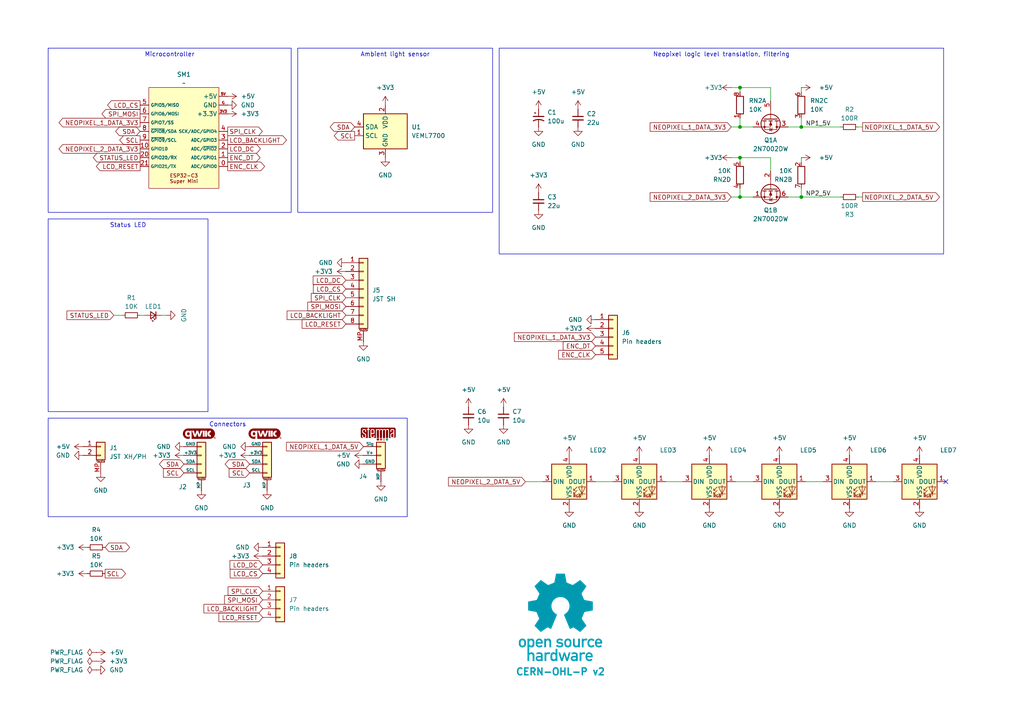
<source format=kicad_sch>
(kicad_sch (version 20231120) (generator "eeschema") (generator_version "8.0")
  (paper "A4")
  (lib_symbols
    (symbol "Connector_Generic:Conn_01x04" (pin_names (offset 1.016) hide)
      (property "Reference" "J" (at 0 5.08 0))
      (property "Value" "Conn_01x04" (at 0 -7.62 0))
      (symbol "Conn_01x04_1_1"
        (pin passive line (at -5.08 2.54 0) (length 3.81) (name "Pin_1") (number "1"))
        (pin passive line (at -5.08 0 0) (length 3.81) (name "Pin_2") (number "2"))
        (pin passive line (at -5.08 -2.54 0) (length 3.81) (name "Pin_3") (number "3"))
        (pin passive line (at -5.08 -5.08 0) (length 3.81) (name "Pin_4") (number "4"))
      )
    )
    (symbol "Connector_Generic:Conn_01x05" (pin_names (offset 1.016) hide)
      (property "Reference" "J" (at 0 7.62 0))
      (property "Value" "Conn_01x05" (at 0 -7.62 0))
      (symbol "Conn_01x05_1_1"
        (pin passive line (at -5.08 5.08 0) (length 3.81) (name "Pin_1") (number "1"))
        (pin passive line (at -5.08 2.54 0) (length 3.81) (name "Pin_2") (number "2"))
        (pin passive line (at -5.08 0 0) (length 3.81) (name "Pin_3") (number "3"))
        (pin passive line (at -5.08 -2.54 0) (length 3.81) (name "Pin_4") (number "4"))
        (pin passive line (at -5.08 -5.08 0) (length 3.81) (name "Pin_5") (number "5"))
      )
    )
    (symbol "Connector_Generic_MountingPin:Conn_01x02_MountingPin" (pin_names (offset 1.016) hide)
      (property "Reference" "J" (at 0 2.54 0))
      (property "Value" "Conn_01x02_MountingPin" (at 1.27 -5.08 0))
      (symbol "Conn_01x02_MountingPin_1_1"
        (text "Mounting" (at 0 -4.191 0) (effects (font (size 0.381 0.381))))
        (pin passive line (at -5.08 0 0) (length 3.81) (name "Pin_1") (number "1"))
        (pin passive line (at -5.08 -2.54 0) (length 3.81) (name "Pin_2") (number "2"))
        (pin passive line (at 0 -7.62 90) (length 3.048) (name "MountPin") (number "MP"))
      )
    )
    (symbol "Connector_Generic_MountingPin:Conn_01x08_MountingPin" (pin_names (offset 1.016) hide)
      (property "Reference" "J" (at 0 10.16 0))
      (property "Value" "Conn_01x08_MountingPin" (at 1.27 -12.7 0))
      (symbol "Conn_01x08_MountingPin_1_1"
        (text "Mounting" (at 0 -11.811 0) (effects (font (size 0.381 0.381))))
        (pin passive line (at -5.08 7.62 0) (length 3.81) (name "Pin_1") (number "1"))
        (pin passive line (at -5.08 5.08 0) (length 3.81) (name "Pin_2") (number "2"))
        (pin passive line (at -5.08 2.54 0) (length 3.81) (name "Pin_3") (number "3"))
        (pin passive line (at -5.08 0 0) (length 3.81) (name "Pin_4") (number "4"))
        (pin passive line (at -5.08 -2.54 0) (length 3.81) (name "Pin_5") (number "5"))
        (pin passive line (at -5.08 -5.08 0) (length 3.81) (name "Pin_6") (number "6"))
        (pin passive line (at -5.08 -7.62 0) (length 3.81) (name "Pin_7") (number "7"))
        (pin passive line (at -5.08 -10.16 0) (length 3.81) (name "Pin_8") (number "8"))
        (pin passive line (at 0 -15.24 90) (length 3.048) (name "MountPin") (number "MP"))
      )
    )
    (symbol "Device:C_Polarized_Small_US" (pin_numbers hide) (pin_names (offset 0.254) hide)
      (property "Reference" "C" (at 0.254 1.778 0))
      (property "Value" "C_Polarized_Small_US" (at 0.254 -2.032 0))
      (symbol "C_Polarized_Small_US_1_1"
        (pin passive line (at 0 2.54 270) (length 2.032) (name "~") (number "1"))
        (pin passive line (at 0 -2.54 90) (length 2.032) (name "~") (number "2"))
      )
    )
    (symbol "Device:C_Small" (pin_numbers hide) (pin_names (offset 0.254) hide)
      (property "Reference" "C" (at 0.254 1.778 0))
      (property "Value" "C_Small" (at 0.254 -2.032 0))
      (symbol "C_Small_1_1"
        (pin passive line (at 0 2.54 270) (length 2.032) (name "~") (number "1"))
        (pin passive line (at 0 -2.54 90) (length 2.032) (name "~") (number "2"))
      )
    )
    (symbol "Device:LED_Small" (pin_numbers hide) (pin_names (offset 0.254) hide)
      (property "Reference" "D" (at -1.27 3.175 0))
      (property "Value" "LED_Small" (at -4.445 -2.54 0))
      (symbol "LED_Small_1_1"
        (pin passive line (at -2.54 0 0) (length 1.778) (name "K") (number "1"))
        (pin passive line (at 2.54 0 180) (length 1.778) (name "A") (number "2"))
      )
    )
    (symbol "Device:R_Pack04_Split" (pin_names (offset 0) hide)
      (property "Reference" "RN" (at 2.032 0 90))
      (property "Value" "R_Pack04_Split" (at 0 0 90))
      (symbol "R_Pack04_Split_1_1"
        (pin passive line (at 0 -3.81 90) (length 1.27) (name "R1.1") (number "1"))
        (pin passive line (at 0 3.81 270) (length 1.27) (name "R1.2") (number "8"))
      )
      (symbol "R_Pack04_Split_2_1"
        (pin passive line (at 0 -3.81 90) (length 1.27) (name "R2.1") (number "2"))
        (pin passive line (at 0 3.81 270) (length 1.27) (name "R2.2") (number "7"))
      )
      (symbol "R_Pack04_Split_3_1"
        (pin passive line (at 0 -3.81 90) (length 1.27) (name "R3.1") (number "3"))
        (pin passive line (at 0 3.81 270) (length 1.27) (name "R3.2") (number "6"))
      )
      (symbol "R_Pack04_Split_4_1"
        (pin passive line (at 0 -3.81 90) (length 1.27) (name "R4.1") (number "4"))
        (pin passive line (at 0 3.81 270) (length 1.27) (name "R4.2") (number "5"))
      )
    )
    (symbol "Device:R_Small" (pin_numbers hide) (pin_names (offset 0.254) hide)
      (property "Reference" "R" (at 0.762 0.508 0))
      (property "Value" "R_Small" (at 0.762 -1.016 0))
      (symbol "R_Small_1_1"
        (pin passive line (at 0 2.54 270) (length 0.762) (name "~") (number "1"))
        (pin passive line (at 0 -2.54 90) (length 0.762) (name "~") (number "2"))
      )
    )
    (symbol "LED:WS2812B-2020" (pin_names (offset 0.254))
      (property "Reference" "D" (at 5.08 5.715 0))
      (property "Value" "WS2812B-2020" (at 1.27 -5.715 0))
      (symbol "WS2812B-2020_0_0"
        (text "RGB" (at 2.286 -4.191 0) (effects (font (size 0.762 0.762))))
      )
      (symbol "WS2812B-2020_1_1"
        (pin output line (at 7.62 0 180) (length 2.54) (name "DOUT") (number "1"))
        (pin power_in line (at 0 -7.62 90) (length 2.54) (name "VSS") (number "2"))
        (pin input line (at -7.62 0 0) (length 2.54) (name "DIN") (number "3"))
        (pin power_in line (at 0 7.62 270) (length 2.54) (name "VDD") (number "4"))
      )
    )
    (symbol "modules:ESP32-C3-Super-Mini"
      (property "Reference" "SM" (at 0 18.288 0))
      (symbol "ESP32-C3-Super-Mini_1_1"
        (text_box "ESP32-C3\nSuper Mini" (at -7.62 -10.16 0) (size 15.24 -5.08) (stroke (width -0.0001)) (effects (font (size 1.016 1.016)) (justify top)))
        (pin passive line (at 12.7 -8.89 180) (length 2.54) (name "ADC/GPIO0") (number "0"))
        (pin passive line (at 12.7 -6.35 180) (length 2.54) (name "ADC/GPIO1") (number "1"))
        (pin passive line (at -12.7 -3.81 0) (length 2.54) (name "GPIO10") (number "10"))
        (pin passive line (at 12.7 -3.81 180) (length 2.54) (name "ADC/~{GPIO2}") (number "2"))
        (pin passive line (at -12.7 -6.35 0) (length 2.54) (name "GPIO20/RX") (number "20"))
        (pin passive line (at -12.7 -8.89 0) (length 2.54) (name "GPIO21/TX") (number "21"))
        (pin passive line (at 12.7 -1.27 180) (length 2.54) (name "ADC/GPIO3") (number "3"))
        (pin power_in line (at 12.7 6.35 180) (length 2.54) (name "+3.3V") (number "3V3"))
        (pin passive line (at 12.7 1.27 180) (length 2.54) (name "SCK/ADC/GPIO4") (number "4"))
        (pin passive line (at -12.7 8.89 0) (length 2.54) (name "GPIO5/MISO") (number "5"))
        (pin power_in line (at 12.7 11.43 180) (length 2.54) (name "+5V") (number "5V"))
        (pin passive line (at -12.7 6.35 0) (length 2.54) (name "GPIO6/MOSI") (number "6"))
        (pin passive line (at -12.7 3.81 0) (length 2.54) (name "GPIO7/SS") (number "7"))
        (pin passive line (at -12.7 1.27 0) (length 2.54) (name "~{GPIO8}/SDA") (number "8"))
        (pin passive line (at -12.7 -1.27 0) (length 2.54) (name "~{GPIO9}/SCL") (number "9"))
        (pin power_in line (at 12.7 8.89 180) (length 2.54) (name "GND") (number "G"))
      )
    )
    (symbol "connectors:Qwiic" (pin_numbers hide) (pin_names (offset 0))
      (property "Reference" "J" (at 2.54 0 0))
      (symbol "Qwiic_1_1"
        (text "Mounting" (at 0 -6.731 0) (effects (font (size 0.381 0.381))))
        (pin passive line (at -5.08 2.54 0) (length 3.81) (name "GND") (number "1"))
        (pin passive line (at -5.08 0 0) (length 3.81) (name "+3V3") (number "2"))
        (pin passive line (at -5.08 -2.54 0) (length 3.81) (name "SDA") (number "3"))
        (pin passive line (at -5.08 -5.08 0) (length 3.81) (name "SCL") (number "4"))
        (pin passive line (at 0 -10.16 90) (length 3.048) (name "MP") (number "MP"))
      )
    )
    (symbol "connectors:STEMMA-Signal" (pin_numbers hide) (pin_names (offset 0))
      (property "Reference" "J" (at 2.54 0 0))
      (symbol "STEMMA-Signal_1_1"
        (text "Mounting" (at 0 -4.191 0) (effects (font (size 0.381 0.381))))
        (pin passive line (at -5.08 2.54 0) (length 3.81) (name "Sig") (number "1"))
        (pin passive line (at -5.08 0 0) (length 3.81) (name "V+") (number "2"))
        (pin passive line (at -5.08 -2.54 0) (length 3.81) (name "GND") (number "3"))
        (pin passive line (at 0 -7.62 90) (length 3.048) (name "MP") (number "MP"))
      )
    )
    (symbol "lcsc:2N7002DW" (pin_names hide)
      (property "Reference" "Q" (at 5.08 1.905 0))
      (property "Value" "2N7002DW" (at 5.08 0 0))
      (symbol "2N7002DW_1_1"
        (pin passive line (at 2.54 5.08 270) (length 2.54) (name "D") (number "3"))
        (pin passive line (at 2.54 -5.08 90) (length 2.54) (name "S") (number "4"))
        (pin input line (at -5.08 0 0) (length 2.54) (name "G") (number "5"))
      )
      (symbol "2N7002DW_2_1"
        (pin passive line (at 2.54 -5.08 90) (length 2.54) (name "S") (number "1"))
        (pin input line (at -5.08 0 0) (length 2.54) (name "G") (number "2"))
        (pin passive line (at 2.54 5.08 270) (length 2.54) (name "D") (number "6"))
      )
    )
    (symbol "lcsc:VEML7700"
      (property "Reference" "U" (at 2.54 -10.16 0))
      (property "Value" "VEML7700" (at 5.08 -7.62 0))
      (symbol "VEML7700_1_1"
        (pin passive line (at -8.89 -1.27 0) (length 2.54) (name "SCL") (number "1"))
        (pin power_in line (at 0 7.62 270) (length 2.54) (name "VDD") (number "2"))
        (pin power_in line (at 0 -7.62 90) (length 2.54) (name "GND") (number "3"))
        (pin passive line (at -8.89 1.27 0) (length 2.54) (name "SDA") (number "4"))
      )
    )
    (symbol "power:+3V3" (power) (pin_numbers hide) (pin_names (offset 0) hide)
      (property "Value" "+3V3" (at 0 3.556 0))
      (symbol "+3V3_1_1"
        (pin power_in line (at 0 0 90) (length 0) (name "~") (number "1"))
      )
    )
    (symbol "power:+5V" (power) (pin_numbers hide) (pin_names (offset 0) hide)
      (property "Value" "+5V" (at 0 3.556 0))
      (symbol "+5V_1_1"
        (pin power_in line (at 0 0 90) (length 0) (name "~") (number "1"))
      )
    )
    (symbol "power:GND" (power) (pin_numbers hide) (pin_names (offset 0) hide)
      (property "Value" "GND" (at 0 -3.81 0))
      (symbol "GND_1_1"
        (pin power_in line (at 0 0 270) (length 0) (name "~") (number "1"))
      )
    )
    (symbol "power:PWR_FLAG" (power) (pin_numbers hide) (pin_names (offset 0) hide)
      (property "Value" "PWR_FLAG" (at 0 3.81 0))
      (symbol "PWR_FLAG_0_0"
        (pin power_out line (at 0 0 90) (length 0) (name "~") (number "1"))
      )
    )
    (symbol "power:VCC" (power) (pin_numbers hide) (pin_names (offset 0) hide)
      (property "Value" "VCC" (at 0 3.556 0))
      (symbol "VCC_1_1"
        (pin power_in line (at 0 0 90) (length 0) (name "~") (number "1"))
      )
    )
  )
  (junction (at 214.63 25.4))
  (junction (at 214.63 57.15))
  (junction (at 214.63 36.83))
  (junction (at 214.63 45.72))
  (junction (at 232.41 57.15))
  (junction (at 232.41 36.83))
  (no_connect (at 274.32 139.7))
  (wire (pts (xy 232.41 57.15) (xy 243.84 57.15)))
  (wire (pts (xy 232.41 46.99) (xy 232.41 45.72)))
  (wire (pts (xy 152.4 139.7) (xy 157.48 139.7)))
  (wire (pts (xy 223.52 49.53) (xy 223.52 45.72)))
  (wire (pts (xy 248.92 36.83) (xy 250.19 36.83)))
  (wire (pts (xy 40.64 91.44) (xy 41.91 91.44)))
  (wire (pts (xy 232.41 26.67) (xy 232.41 25.4)))
  (wire (pts (xy 214.63 46.99) (xy 214.63 45.72)))
  (wire (pts (xy 172.72 139.7) (xy 177.8 139.7)))
  (wire (pts (xy 232.41 57.15) (xy 232.41 54.61)))
  (wire (pts (xy 214.63 26.67) (xy 214.63 25.4)))
  (wire (pts (xy 223.52 29.21) (xy 223.52 25.4)))
  (wire (pts (xy 213.36 139.7) (xy 218.44 139.7)))
  (wire (pts (xy 35.56 91.44) (xy 33.02 91.44)))
  (wire (pts (xy 214.63 36.83) (xy 218.44 36.83)))
  (wire (pts (xy 228.6 36.83) (xy 232.41 36.83)))
  (wire (pts (xy 214.63 34.29) (xy 214.63 36.83)))
  (wire (pts (xy 248.92 57.15) (xy 250.19 57.15)))
  (wire (pts (xy 193.04 139.7) (xy 198.12 139.7)))
  (wire (pts (xy 214.63 57.15) (xy 218.44 57.15)))
  (wire (pts (xy 212.09 25.4) (xy 214.63 25.4)))
  (wire (pts (xy 232.41 36.83) (xy 232.41 34.29)))
  (wire (pts (xy 48.26 91.44) (xy 46.99 91.44)))
  (wire (pts (xy 228.6 57.15) (xy 232.41 57.15)))
  (wire (pts (xy 233.68 139.7) (xy 238.76 139.7)))
  (wire (pts (xy 212.09 57.15) (xy 214.63 57.15)))
  (wire (pts (xy 214.63 45.72) (xy 223.52 45.72)))
  (wire (pts (xy 214.63 25.4) (xy 223.52 25.4)))
  (wire (pts (xy 214.63 54.61) (xy 214.63 57.15)))
  (wire (pts (xy 212.09 36.83) (xy 214.63 36.83)))
  (wire (pts (xy 254 139.7) (xy 259.08 139.7)))
  (wire (pts (xy 232.41 36.83) (xy 243.84 36.83)))
  (wire (pts (xy 212.09 45.72) (xy 214.63 45.72)))
  (image (at 162.56 179.07) (scale 0.37481))
  (text_box "Neopixel logic level translation, filtering" (at 144.78 13.97 0) (size 128.905 59.69) (effects (font (size 1.27 1.27)) (justify top)))
  (text_box "Connectors" (at 13.97 121.285 0) (size 104.14 28.575) (effects (font (size 1.27 1.27)) (justify top)))
  (text_box "Status LED" (at 13.97 63.5 0) (size 46.355 55.88) (effects (font (size 1.27 1.27)) (justify top)))
  (text_box "Ambient light sensor" (at 86.36 13.97 0) (size 56.515 47.625) (effects (font (size 1.27 1.27)) (justify top)))
  (text_box "Microcontroller" (at 13.97 13.97 0) (size 70.485 47.625) (effects (font (size 1.27 1.27)) (justify top)))
  (text "CERN-OHL-P v2" (at 162.56 195.072 0) (effects (font (size 2 2) (thickness 0.4) (bold yes))))
  (label "NP1_5V" (at 233.68 36.83 0))
  (label "NP2_5V" (at 233.68 57.15 0))
  (global_label "ENC_CLK" (shape output) (at 66.04 48.26 0) (property "Intersheetrefs" "${INTERSHEET_REFS}" (effects (hide yes))))
  (global_label "SDA" (shape bidirectional) (at 30.48 158.75 0) (property "Intersheetrefs" "${INTERSHEET_REFS}" (effects (hide yes))))
  (global_label "LCD_BACKLIGHT" (shape output) (at 66.04 40.64 0) (property "Intersheetrefs" "${INTERSHEET_REFS}" (effects (hide yes))))
  (global_label "ENC_CLK" (shape input) (at 172.72 102.87 180) (property "Intersheetrefs" "${INTERSHEET_REFS}" (effects (hide yes))))
  (global_label "SDA" (shape bidirectional) (at 72.39 134.62 180) (property "Intersheetrefs" "${INTERSHEET_REFS}" (effects (hide yes))))
  (global_label "SPI_CLK" (shape output) (at 66.04 38.1 0) (property "Intersheetrefs" "${INTERSHEET_REFS}" (effects (hide yes))))
  (global_label "SPI_MOSI" (shape input) (at 100.33 88.9 180) (property "Intersheetrefs" "${INTERSHEET_REFS}" (effects (hide yes))))
  (global_label "SCL" (shape input) (at 53.34 137.16 180) (property "Intersheetrefs" "${INTERSHEET_REFS}" (effects (hide yes))))
  (global_label "LCD_BACKLIGHT" (shape input) (at 76.2 176.53 180) (property "Intersheetrefs" "${INTERSHEET_REFS}" (effects (hide yes))))
  (global_label "LCD_DC" (shape input) (at 100.33 81.28 180) (property "Intersheetrefs" "${INTERSHEET_REFS}" (effects (hide yes))))
  (global_label "STATUS_LED" (shape output) (at 40.64 45.72 180) (property "Intersheetrefs" "${INTERSHEET_REFS}" (effects (hide yes))))
  (global_label "NEOPIXEL_1_DATA_5V" (shape input) (at 105.41 129.54 180) (property "Intersheetrefs" "${INTERSHEET_REFS}" (effects (hide yes))))
  (global_label "NEOPIXEL_2_DATA_5V" (shape input) (at 152.4 139.7 180) (property "Intersheetrefs" "${INTERSHEET_REFS}" (effects (hide yes))))
  (global_label "ENC_DT" (shape input) (at 172.72 100.33 180) (property "Intersheetrefs" "${INTERSHEET_REFS}" (effects (hide yes))))
  (global_label "LCD_RESET" (shape output) (at 40.64 48.26 180) (property "Intersheetrefs" "${INTERSHEET_REFS}" (effects (hide yes))))
  (global_label "NEOPIXEL_2_DATA_3V3" (shape input) (at 212.09 57.15 180) (property "Intersheetrefs" "${INTERSHEET_REFS}" (effects (hide yes))))
  (global_label "SPI_MOSI" (shape output) (at 40.64 33.02 180) (property "Intersheetrefs" "${INTERSHEET_REFS}" (effects (hide yes))))
  (global_label "LCD_BACKLIGHT" (shape input) (at 100.33 91.44 180) (property "Intersheetrefs" "${INTERSHEET_REFS}" (effects (hide yes))))
  (global_label "LCD_CS" (shape input) (at 76.2 166.37 180) (property "Intersheetrefs" "${INTERSHEET_REFS}" (effects (hide yes))))
  (global_label "SPI_MOSI" (shape input) (at 76.2 173.99 180) (property "Intersheetrefs" "${INTERSHEET_REFS}" (effects (hide yes))))
  (global_label "LCD_RESET" (shape input) (at 76.2 179.07 180) (property "Intersheetrefs" "${INTERSHEET_REFS}" (effects (hide yes))))
  (global_label "SPI_CLK" (shape input) (at 100.33 86.36 180) (property "Intersheetrefs" "${INTERSHEET_REFS}" (effects (hide yes))))
  (global_label "SDA" (shape bidirectional) (at 102.87 36.83 180) (property "Intersheetrefs" "${INTERSHEET_REFS}" (effects (hide yes))))
  (global_label "SCL" (shape input) (at 72.39 137.16 180) (property "Intersheetrefs" "${INTERSHEET_REFS}" (effects (hide yes))))
  (global_label "SPI_CLK" (shape input) (at 76.2 171.45 180) (property "Intersheetrefs" "${INTERSHEET_REFS}" (effects (hide yes))))
  (global_label "LCD_RESET" (shape input) (at 100.33 93.98 180) (property "Intersheetrefs" "${INTERSHEET_REFS}" (effects (hide yes))))
  (global_label "LCD_DC" (shape input) (at 76.2 163.83 180) (property "Intersheetrefs" "${INTERSHEET_REFS}" (effects (hide yes))))
  (global_label "LCD_CS" (shape output) (at 40.64 30.48 180) (property "Intersheetrefs" "${INTERSHEET_REFS}" (effects (hide yes))))
  (global_label "SCL" (shape output) (at 102.87 39.37 180) (property "Intersheetrefs" "${INTERSHEET_REFS}" (effects (hide yes))))
  (global_label "LCD_CS" (shape input) (at 100.33 83.82 180) (property "Intersheetrefs" "${INTERSHEET_REFS}" (effects (hide yes))))
  (global_label "SCL" (shape output) (at 40.64 40.64 180) (property "Intersheetrefs" "${INTERSHEET_REFS}" (effects (hide yes))))
  (global_label "ENC_DT" (shape output) (at 66.04 45.72 0) (property "Intersheetrefs" "${INTERSHEET_REFS}" (effects (hide yes))))
  (global_label "NEOPIXEL_2_DATA_5V" (shape output) (at 250.19 57.15 0) (property "Intersheetrefs" "${INTERSHEET_REFS}" (effects (hide yes))))
  (global_label "SDA" (shape bidirectional) (at 53.34 134.62 180) (property "Intersheetrefs" "${INTERSHEET_REFS}" (effects (hide yes))))
  (global_label "NEOPIXEL_1_DATA_3V3" (shape input) (at 212.09 36.83 180) (property "Intersheetrefs" "${INTERSHEET_REFS}" (effects (hide yes))))
  (global_label "LCD_DC" (shape output) (at 66.04 43.18 0) (property "Intersheetrefs" "${INTERSHEET_REFS}" (effects (hide yes))))
  (global_label "SCL" (shape output) (at 30.48 166.37 0) (property "Intersheetrefs" "${INTERSHEET_REFS}" (effects (hide yes))))
  (global_label "NEOPIXEL_2_DATA_3V3" (shape output) (at 40.64 43.18 180) (property "Intersheetrefs" "${INTERSHEET_REFS}" (effects (hide yes))))
  (global_label "NEOPIXEL_1_DATA_5V" (shape output) (at 250.19 36.83 0) (property "Intersheetrefs" "${INTERSHEET_REFS}" (effects (hide yes))))
  (global_label "NEOPIXEL_1_DATA_3V3" (shape output) (at 40.64 35.56 180) (property "Intersheetrefs" "${INTERSHEET_REFS}" (effects (hide yes))))
  (global_label "STATUS_LED" (shape input) (at 33.02 91.44 180) (property "Intersheetrefs" "${INTERSHEET_REFS}" (effects (hide yes))))
  (global_label "NEOPIXEL_1_DATA_3V3" (shape input) (at 172.72 97.79 180) (property "Intersheetrefs" "${INTERSHEET_REFS}" (effects (hide yes))))
  (global_label "SDA" (shape bidirectional) (at 40.64 38.1 180) (property "Intersheetrefs" "${INTERSHEET_REFS}" (effects (hide yes))))
  (symbol (lib_id "power:GND") (at 66.04 30.48 90) (unit 1)
    (property "Reference" "#PWR04" (effects (hide yes)))
    (property "Value" "GND" (at 69.85 30.4799 90) (effects (justify right)))
    (property "Description" "Power symbol creates a global label with name \"GND\" , ground" (effects (hide yes)))
  )
  (symbol (lib_id "power:VCC") (at 72.39 132.08 90) (unit 1)
    (property "Reference" "#PWR019" (effects (hide yes)))
    (property "Value" "+3V3" (at 68.58 132.0799 90) (effects (justify left)))
    (property "Description" "Power symbol creates a global label with name \"VCC\"" (effects (hide yes)))
  )
  (symbol (lib_id "power:GND") (at 29.21 137.16 0) (unit 1)
    (property "Reference" "#PWR014" (effects (hide yes)))
    (property "Value" "GND" (at 29.21 142.24 0))
    (property "Description" "Power symbol creates a global label with name \"GND\" , ground" (effects (hide yes)))
  )
  (symbol (lib_id "LED:WS2812B-2020") (at 205.74 139.7 0) (unit 1)
    (property "Reference" "LED4" (at 214.122 130.556 0))
    (property "Value" "WS2812B-2020" (effects (hide yes)))
    (property "Footprint" "lcsc:LED-SMD_4P-L2.0-W2.0-BR-1" (effects (hide yes)))
    (property "Datasheet" "https://cdn-shop.adafruit.com/product-files/4684/4684_WS2812B-2020_V1.3_EN.pdf" (effects (hide yes)))
    (property "Description" "RGB LED with integrated controller, 2.0 x 2.0 mm, 12 mA" (effects (hide yes)))
  )
  (symbol (lib_id "power:VCC") (at 185.42 132.08 0) (unit 1)
    (property "Reference" "#PWR041" (effects (hide yes)))
    (property "Value" "+5V" (at 185.42 127 0))
    (property "Description" "Power symbol creates a global label with name \"VCC\"" (effects (hide yes)))
  )
  (symbol (lib_id "Device:C_Small") (at 135.89 120.65 0) (unit 1)
    (property "Reference" "C6" (at 138.43 119.3862 0) (effects (justify left)))
    (property "Value" "10u" (at 138.43 121.9262 0) (effects (justify left)))
    (property "Footprint" "custom:C_0603_1608Metric_Pad1.08x0.95mm_HandSolder" (effects (hide yes)))
    (property "Description" "Unpolarized capacitor, small symbol" (effects (hide yes)))
  )
  (symbol (lib_id "power:GND") (at 110.49 139.7 0) (unit 1)
    (property "Reference" "#PWR022" (effects (hide yes)))
    (property "Value" "GND" (at 110.49 144.78 0))
    (property "Description" "Power symbol creates a global label with name \"GND\" , ground" (effects (hide yes)))
  )
  (symbol (lib_id "Device:R_Small") (at 246.38 36.83 270) (mirror x) (unit 1)
    (property "Reference" "R2" (at 246.38 31.75 90))
    (property "Value" "100R" (at 246.38 34.29 90))
    (property "Footprint" "Resistor_SMD:R_0603_1608Metric_Pad0.98x0.95mm_HandSolder" (effects (hide yes)))
    (property "Description" "Resistor, small symbol" (effects (hide yes)))
  )
  (symbol (lib_id "power:GND") (at 226.06 147.32 0) (unit 1)
    (property "Reference" "#PWR048" (effects (hide yes)))
    (property "Value" "GND" (at 226.06 152.4 0))
  )
  (symbol (lib_id "power:GND") (at 156.21 60.96 0) (unit 1)
    (property "Reference" "#PWR027" (effects (hide yes)))
    (property "Value" "GND" (at 156.21 66.04 0))
  )
  (symbol (lib_id "power:GND") (at 165.1 147.32 0) (unit 1)
    (property "Reference" "#PWR08" (effects (hide yes)))
    (property "Value" "GND" (at 165.1 152.4 0))
  )
  (symbol (lib_id "power:GND") (at 146.05 123.19 0) (unit 1)
    (property "Reference" "#PWR058" (effects (hide yes)))
    (property "Value" "GND" (at 146.05 128.27 0))
  )
  (symbol (lib_id "power:GND") (at 205.74 147.32 0) (unit 1)
    (property "Reference" "#PWR046" (effects (hide yes)))
    (property "Value" "GND" (at 205.74 152.4 0))
  )
  (symbol (lib_id "power:VCC") (at 172.72 95.25 90) (unit 1)
    (property "Reference" "#PWR034" (effects (hide yes)))
    (property "Value" "+3V3" (at 168.91 95.2499 90) (effects (justify left)))
    (property "Description" "Power symbol creates a global label with name \"VCC\"" (effects (hide yes)))
  )
  (symbol (lib_id "power:+3V3") (at 212.09 25.4 90) (unit 1)
    (property "Reference" "#PWR028" (effects (hide yes)))
    (property "Value" "+3V3" (at 209.55 25.3999 90) (effects (justify left)))
    (property "Description" "Power symbol creates a global label with name \"+3V3\"" (effects (hide yes)))
  )
  (symbol (lib_id "connectors:Qwiic") (at 58.42 132.08 0) (unit 1)
    (property "Reference" "J2" (at 51.816 141.224 0) (effects (justify left)))
    (property "Value" "Qwiic" (effects (hide yes)))
    (property "Footprint" "connectors:Qwiic-SMD-horizontal-logo-bottom-pinout" (effects (hide yes)))
    (property "Datasheet" "https://www.sparkfun.com/qwiic" (effects (hide yes)))
    (property "Description" "Qwiic connector, JST SH 1.0mm 1x04" (effects (hide yes)))
  )
  (symbol (lib_id "Connector_Generic_MountingPin:Conn_01x02_MountingPin") (at 29.21 129.54 0) (unit 1)
    (property "Reference" "J1" (at 31.75 129.8955 0) (effects (justify left)))
    (property "Value" "JST XH/PH" (at 31.75 132.4355 0) (effects (justify left)))
    (property "Footprint" "custom:Conn_Combo_JST-1x02-XH_PH-SMD-pad2gnd" (effects (hide yes)))
    (property "Description" "Generic connectable mounting pin connector, single row, 01x02, script generated (kicad-library-utils/schlib/autogen/connector/)" (effects (hide yes)))
  )
  (symbol (lib_id "Device:R_Small") (at 38.1 91.44 270) (mirror x) (unit 1)
    (property "Reference" "R1" (at 38.1 86.36 90))
    (property "Value" "10K" (at 38.1 88.9 90))
    (property "Footprint" "Resistor_SMD:R_0603_1608Metric_Pad0.98x0.95mm_HandSolder" (effects (hide yes)))
    (property "Description" "Resistor, small symbol" (effects (hide yes)))
  )
  (symbol (lib_id "power:VCC") (at 205.74 132.08 0) (unit 1)
    (property "Reference" "#PWR045" (effects (hide yes)))
    (property "Value" "+5V" (at 205.74 127 0))
    (property "Description" "Power symbol creates a global label with name \"VCC\"" (effects (hide yes)))
  )
  (symbol (lib_id "Connector_Generic:Conn_01x04") (at 81.28 161.29 0) (unit 1)
    (property "Reference" "J8" (at 83.82 161.2899 0) (effects (justify left)))
    (property "Value" "Pin headers" (at 83.82 163.8299 0) (effects (justify left)))
    (property "Footprint" "Connector_PinSocket_2.54mm:PinSocket_1x04_P2.54mm_Vertical_SMD_Pin1Left" (effects (hide yes)))
    (property "Description" "Generic connector, single row, 01x04, script generated (kicad-library-utils/schlib/autogen/connector/)" (effects (hide yes)))
  )
  (symbol (lib_id "power:VCC") (at 226.06 132.08 0) (unit 1)
    (property "Reference" "#PWR047" (effects (hide yes)))
    (property "Value" "+5V" (at 226.06 127 0))
    (property "Description" "Power symbol creates a global label with name \"VCC\"" (effects (hide yes)))
  )
  (symbol (lib_id "power:GND") (at 53.34 129.54 270) (unit 1)
    (property "Reference" "#PWR015" (effects (hide yes)))
    (property "Value" "GND" (at 49.53 129.5399 90) (effects (justify right)))
    (property "Description" "Power symbol creates a global label with name \"GND\" , ground" (effects (hide yes)))
  )
  (symbol (lib_id "LED:WS2812B-2020") (at 246.38 139.7 0) (unit 1)
    (property "Reference" "LED6" (at 254.762 130.556 0))
    (property "Value" "WS2812B-2020" (effects (hide yes)))
    (property "Footprint" "lcsc:LED-SMD_4P-L2.0-W2.0-BR-1" (effects (hide yes)))
    (property "Datasheet" "https://cdn-shop.adafruit.com/product-files/4684/4684_WS2812B-2020_V1.3_EN.pdf" (effects (hide yes)))
    (property "Description" "RGB LED with integrated controller, 2.0 x 2.0 mm, 12 mA" (effects (hide yes)))
  )
  (symbol (lib_id "power:VCC") (at 27.94 191.77 270) (unit 1)
    (property "Reference" "#PWR01" (effects (hide yes)))
    (property "Value" "+3V3" (at 31.75 191.7699 90) (effects (justify left)))
    (property "Description" "Power symbol creates a global label with name \"VCC\"" (effects (hide yes)))
  )
  (symbol (lib_id "power:VCC") (at 25.4 166.37 90) (unit 1)
    (property "Reference" "#PWR054" (effects (hide yes)))
    (property "Value" "+3V3" (at 21.59 166.3699 90) (effects (justify left)))
    (property "Description" "Power symbol creates a global label with name \"VCC\"" (effects (hide yes)))
  )
  (symbol (lib_id "lcsc:2N7002DW") (at 223.52 54.61 270) (unit 2)
    (property "Reference" "Q1" (at 223.52 60.96 90))
    (property "Value" "2N7002DW" (at 223.52 63.5 90))
    (property "Footprint" "Package_TO_SOT_SMD:SOT-363_SC-70-6" (effects (hide yes)))
    (property "Datasheet" "https://www.onsemi.com/download/data-sheet/pdf/2n7002dw-d.pdf" (effects (hide yes)))
    (property "Description" "0.115A Id, 60V Vds, Dual N-Channel MOSFET, SOT-23-6" (effects (hide yes)))
    (property "LCSC Part" "C5190214" (effects (hide yes)))
    (property "JLCPCB_CORRECTION" "0; 0; 270" (effects (hide yes)))
  )
  (symbol (lib_id "power:GND") (at 72.39 129.54 270) (unit 1)
    (property "Reference" "#PWR018" (effects (hide yes)))
    (property "Value" "GND" (at 68.58 129.5399 90) (effects (justify right)))
    (property "Description" "Power symbol creates a global label with name \"GND\" , ground" (effects (hide yes)))
  )
  (symbol (lib_id "power:GND") (at 172.72 92.71 270) (unit 1)
    (property "Reference" "#PWR010" (effects (hide yes)))
    (property "Value" "GND" (at 168.91 92.7099 90) (effects (justify right)))
    (property "Description" "Power symbol creates a global label with name \"GND\" , ground" (effects (hide yes)))
  )
  (symbol (lib_id "power:GND") (at 76.2 158.75 270) (unit 1)
    (property "Reference" "#PWR035" (effects (hide yes)))
    (property "Value" "GND" (at 72.39 158.7499 90) (effects (justify right)))
    (property "Description" "Power symbol creates a global label with name \"GND\" , ground" (effects (hide yes)))
  )
  (symbol (lib_id "power:VCC") (at 27.94 189.23 270) (unit 1)
    (property "Reference" "#PWR06" (effects (hide yes)))
    (property "Value" "+5V" (at 31.75 189.2299 90) (effects (justify left)))
    (property "Description" "Power symbol creates a global label with name \"VCC\"" (effects (hide yes)))
  )
  (symbol (lib_id "power:GND") (at 111.76 45.72 0) (unit 1)
    (property "Reference" "#PWR012" (effects (hide yes)))
    (property "Value" "GND" (at 111.76 50.8 0))
    (property "Description" "Power symbol creates a global label with name \"GND\" , ground" (effects (hide yes)))
  )
  (symbol (lib_id "power:VCC") (at 146.05 118.11 0) (unit 1)
    (property "Reference" "#PWR057" (effects (hide yes)))
    (property "Value" "+5V" (at 146.05 113.03 0))
    (property "Description" "Power symbol creates a global label with name \"VCC\"" (effects (hide yes)))
  )
  (symbol (lib_id "power:+5V") (at 232.41 45.72 270) (unit 1)
    (property "Reference" "#PWR031" (effects (hide yes)))
    (property "Value" "+5V" (at 237.49 45.7199 90) (effects (justify left)))
    (property "Description" "Power symbol creates a global label with name \"+5V\"" (effects (hide yes)))
  )
  (symbol (lib_id "power:GND") (at 27.94 194.31 90) (unit 1)
    (property "Reference" "#PWR02" (effects (hide yes)))
    (property "Value" "GND" (at 31.75 194.3099 90) (effects (justify right)))
    (property "Description" "Power symbol creates a global label with name \"GND\" , ground" (effects (hide yes)))
  )
  (symbol (lib_id "power:GND") (at 77.47 142.24 0) (unit 1)
    (property "Reference" "#PWR020" (effects (hide yes)))
    (property "Value" "GND" (at 77.47 147.32 0))
    (property "Description" "Power symbol creates a global label with name \"GND\" , ground" (effects (hide yes)))
  )
  (symbol (lib_id "LED:WS2812B-2020") (at 266.7 139.7 0) (unit 1)
    (property "Reference" "LED7" (at 275.082 130.556 0))
    (property "Value" "WS2812B-2020" (effects (hide yes)))
    (property "Footprint" "lcsc:LED-SMD_4P-L2.0-W2.0-BR-1" (effects (hide yes)))
    (property "Datasheet" "https://cdn-shop.adafruit.com/product-files/4684/4684_WS2812B-2020_V1.3_EN.pdf" (effects (hide yes)))
    (property "Description" "RGB LED with integrated controller, 2.0 x 2.0 mm, 12 mA" (effects (hide yes)))
  )
  (symbol (lib_id "power:VCC") (at 24.13 129.54 90) (unit 1)
    (property "Reference" "#PWR013" (effects (hide yes)))
    (property "Value" "+5V" (at 20.32 129.5399 90) (effects (justify left)))
    (property "Description" "Power symbol creates a global label with name \"VCC\"" (effects (hide yes)))
  )
  (symbol (lib_id "power:GND") (at 48.26 91.44 90) (unit 1)
    (property "Reference" "#PWR09" (effects (hide yes)))
    (property "Value" "GND" (at 53.34 91.44 0))
    (property "Description" "Power symbol creates a global label with name \"GND\" , ground" (effects (hide yes)))
  )
  (symbol (lib_id "power:VCC") (at 165.1 132.08 0) (unit 1)
    (property "Reference" "#PWR07" (effects (hide yes)))
    (property "Value" "+5V" (at 165.1 127 0))
    (property "Description" "Power symbol creates a global label with name \"VCC\"" (effects (hide yes)))
  )
  (symbol (lib_id "Connector_Generic:Conn_01x04") (at 81.28 173.99 0) (unit 1)
    (property "Reference" "J7" (at 83.82 173.9899 0) (effects (justify left)))
    (property "Value" "Pin headers" (at 83.82 176.5299 0) (effects (justify left)))
    (property "Footprint" "Connector_PinSocket_2.54mm:PinSocket_1x04_P2.54mm_Vertical_SMD_Pin1Right" (effects (hide yes)))
    (property "Description" "Generic connector, single row, 01x04, script generated (kicad-library-utils/schlib/autogen/connector/)" (effects (hide yes)))
  )
  (symbol (lib_id "power:VCC") (at 167.64 31.75 0) (unit 1)
    (property "Reference" "#PWR032" (effects (hide yes)))
    (property "Value" "+5V" (at 167.64 26.67 0))
    (property "Description" "Power symbol creates a global label with name \"VCC\"" (effects (hide yes)))
  )
  (symbol (lib_id "Device:R_Pack04_Split") (at 232.41 50.8 180) (unit 2)
    (property "Reference" "RN2" (at 229.87 52.0701 0) (effects (justify left)))
    (property "Value" "10K" (at 229.87 49.5301 0) (effects (justify left)))
    (property "Footprint" "Resistor_SMD:R_Array_Convex_4x0603" (effects (hide yes)))
    (property "Description" "4 resistor network, parallel topology, split" (effects (hide yes)))
  )
  (symbol (lib_id "power:VCC") (at 66.04 33.02 270) (unit 1)
    (property "Reference" "#PWR05" (effects (hide yes)))
    (property "Value" "+3V3" (at 69.85 33.0199 90) (effects (justify left)))
    (property "Description" "Power symbol creates a global label with name \"VCC\"" (effects (hide yes)))
  )
  (symbol (lib_id "power:GND") (at 167.64 36.83 0) (unit 1)
    (property "Reference" "#PWR033" (effects (hide yes)))
    (property "Value" "GND" (at 167.64 41.91 0))
  )
  (symbol (lib_id "power:GND") (at 156.21 36.83 0) (unit 1)
    (property "Reference" "#PWR025" (effects (hide yes)))
    (property "Value" "GND" (at 156.21 41.91 0))
  )
  (symbol (lib_id "power:+5V") (at 232.41 25.4 270) (unit 1)
    (property "Reference" "#PWR030" (effects (hide yes)))
    (property "Value" "+5V" (at 237.49 25.3999 90) (effects (justify left)))
    (property "Description" "Power symbol creates a global label with name \"+5V\"" (effects (hide yes)))
  )
  (symbol (lib_id "connectors:STEMMA-Signal") (at 110.49 132.08 0) (unit 1)
    (property "Reference" "J4" (at 104.14 138.176 0) (effects (justify left)))
    (property "Value" "STEMMA-Signal" (effects (hide yes)))
    (property "Footprint" "connectors:STEMMA-Signal-SMD-horizontal" (effects (hide yes)))
    (property "Datasheet" "https://learn.adafruit.com/introducing-adafruit-stemma-qt/technical-specs" (effects (hide yes)))
    (property "Description" "STEMMA signal connector, JST PH 2.0mm 1x03" (effects (hide yes)))
  )
  (symbol (lib_id "power:GND") (at 266.7 147.32 0) (unit 1)
    (property "Reference" "#PWR052" (effects (hide yes)))
    (property "Value" "GND" (at 266.7 152.4 0))
  )
  (symbol (lib_id "power:VCC") (at 100.33 78.74 90) (unit 1)
    (property "Reference" "#PWR039" (effects (hide yes)))
    (property "Value" "+3V3" (at 96.52 78.7399 90) (effects (justify left)))
    (property "Description" "Power symbol creates a global label with name \"VCC\"" (effects (hide yes)))
  )
  (symbol (lib_id "power:GND") (at 100.33 76.2 270) (unit 1)
    (property "Reference" "#PWR038" (effects (hide yes)))
    (property "Value" "GND" (at 96.52 76.1999 90) (effects (justify right)))
    (property "Description" "Power symbol creates a global label with name \"GND\" , ground" (effects (hide yes)))
  )
  (symbol (lib_id "LED:WS2812B-2020") (at 226.06 139.7 0) (unit 1)
    (property "Reference" "LED5" (at 234.442 130.556 0))
    (property "Value" "WS2812B-2020" (effects (hide yes)))
    (property "Footprint" "lcsc:LED-SMD_4P-L2.0-W2.0-BR-1" (effects (hide yes)))
    (property "Datasheet" "https://cdn-shop.adafruit.com/product-files/4684/4684_WS2812B-2020_V1.3_EN.pdf" (effects (hide yes)))
    (property "Description" "RGB LED with integrated controller, 2.0 x 2.0 mm, 12 mA" (effects (hide yes)))
  )
  (symbol (lib_id "power:VCC") (at 53.34 132.08 90) (unit 1)
    (property "Reference" "#PWR016" (effects (hide yes)))
    (property "Value" "+3V3" (at 49.53 132.0799 90) (effects (justify left)))
    (property "Description" "Power symbol creates a global label with name \"VCC\"" (effects (hide yes)))
  )
  (symbol (lib_id "power:GND") (at 24.13 132.08 270) (unit 1)
    (property "Reference" "#PWR023" (effects (hide yes)))
    (property "Value" "GND" (at 20.32 132.0799 90) (effects (justify right)))
    (property "Description" "Power symbol creates a global label with name \"GND\" , ground" (effects (hide yes)))
  )
  (symbol (lib_id "Device:C_Small") (at 156.21 58.42 0) (unit 1)
    (property "Reference" "C3" (at 158.75 57.1562 0) (effects (justify left)))
    (property "Value" "22u" (at 158.75 59.6962 0) (effects (justify left)))
    (property "Footprint" "custom:C_0603_1608Metric_Pad1.08x0.95mm_HandSolder" (effects (hide yes)))
    (property "Description" "Unpolarized capacitor, small symbol" (effects (hide yes)))
  )
  (symbol (lib_id "Device:C_Polarized_Small_US") (at 156.21 34.29 0) (unit 1)
    (property "Reference" "C1" (at 158.75 32.5881 0) (effects (justify left)))
    (property "Value" "100u" (at 158.75 35.1281 0) (effects (justify left)))
    (property "Footprint" "Capacitor_SMD:CP_Elec_5x5.4" (effects (hide yes)))
    (property "Description" "Polarized capacitor, small US symbol" (effects (hide yes)))
  )
  (symbol (lib_id "power:+3V3") (at 212.09 45.72 90) (unit 1)
    (property "Reference" "#PWR029" (effects (hide yes)))
    (property "Value" "+3V3" (at 209.55 45.7199 90) (effects (justify left)))
    (property "Description" "Power symbol creates a global label with name \"+3V3\"" (effects (hide yes)))
  )
  (symbol (lib_id "power:PWR_FLAG") (at 27.94 191.77 90) (unit 1)
    (property "Reference" "#FLG01" (effects (hide yes)))
    (property "Value" "PWR_FLAG" (at 24.13 191.7699 90) (effects (justify left)))
    (property "Description" "Special symbol for telling ERC where power comes from" (effects (hide yes)))
  )
  (symbol (lib_id "power:VCC") (at 76.2 161.29 90) (unit 1)
    (property "Reference" "#PWR036" (effects (hide yes)))
    (property "Value" "+3V3" (at 72.39 161.2899 90) (effects (justify left)))
    (property "Description" "Power symbol creates a global label with name \"VCC\"" (effects (hide yes)))
  )
  (symbol (lib_id "Device:C_Small") (at 146.05 120.65 0) (unit 1)
    (property "Reference" "C7" (at 148.59 119.3862 0) (effects (justify left)))
    (property "Value" "10u" (at 148.59 121.9262 0) (effects (justify left)))
    (property "Footprint" "custom:C_0603_1608Metric_Pad1.08x0.95mm_HandSolder" (effects (hide yes)))
    (property "Description" "Unpolarized capacitor, small symbol" (effects (hide yes)))
  )
  (symbol (lib_id "Device:R_Small") (at 246.38 57.15 90) (mirror x) (unit 1)
    (property "Reference" "R3" (at 246.38 62.23 90))
    (property "Value" "100R" (at 246.38 59.69 90))
    (property "Footprint" "Resistor_SMD:R_0603_1608Metric_Pad0.98x0.95mm_HandSolder" (effects (hide yes)))
    (property "Description" "Resistor, small symbol" (effects (hide yes)))
  )
  (symbol (lib_id "power:VCC") (at 66.04 27.94 270) (unit 1)
    (property "Reference" "#PWR03" (effects (hide yes)))
    (property "Value" "+5V" (at 69.85 27.9399 90) (effects (justify left)))
    (property "Description" "Power symbol creates a global label with name \"VCC\"" (effects (hide yes)))
  )
  (symbol (lib_id "lcsc:VEML7700") (at 111.76 38.1 0) (unit 1)
    (property "Reference" "U1" (at 119.38 36.8299 0) (effects (justify left)))
    (property "Value" "VEML7700" (at 119.38 39.3699 0) (effects (justify left)))
    (property "Footprint" "lcsc:SENSORS-SMD_VEML7700-TR" (effects (hide yes)))
    (property "Datasheet" "https://www.vishay.com/docs/84286/veml7700.pdf" (effects (hide yes)))
    (property "Description" "High Accuracy Ambient Light Sensor With I2C Interface" (effects (hide yes)))
  )
  (symbol (lib_id "Connector_Generic_MountingPin:Conn_01x08_MountingPin") (at 105.41 83.82 0) (unit 1)
    (property "Reference" "J5" (at 107.95 84.1755 0) (effects (justify left)))
    (property "Value" "JST SH" (at 107.95 86.7155 0) (effects (justify left)))
    (property "Footprint" "custom:JST_SH_SM08B-SRSS-TB_1x08-1MP_P1.00mm_Horizontal" (effects (hide yes)))
    (property "Description" "Generic connectable mounting pin connector, single row, 01x08, script generated (kicad-library-utils/schlib/autogen/connector/)" (effects (hide yes)))
  )
  (symbol (lib_id "power:VCC") (at 111.76 30.48 0) (unit 1)
    (property "Reference" "#PWR011" (effects (hide yes)))
    (property "Value" "+3V3" (at 111.76 25.4 0))
    (property "Description" "Power symbol creates a global label with name \"VCC\"" (effects (hide yes)))
  )
  (symbol (lib_id "power:PWR_FLAG") (at 27.94 189.23 90) (unit 1)
    (property "Reference" "#FLG03" (effects (hide yes)))
    (property "Value" "PWR_FLAG" (at 24.13 189.2299 90) (effects (justify left)))
    (property "Description" "Special symbol for telling ERC where power comes from" (effects (hide yes)))
  )
  (symbol (lib_id "power:VCC") (at 135.89 118.11 0) (unit 1)
    (property "Reference" "#PWR055" (effects (hide yes)))
    (property "Value" "+5V" (at 135.89 113.03 0))
    (property "Description" "Power symbol creates a global label with name \"VCC\"" (effects (hide yes)))
  )
  (symbol (lib_id "power:VCC") (at 105.41 132.08 90) (unit 1)
    (property "Reference" "#PWR065" (effects (hide yes)))
    (property "Value" "+5V" (at 101.6 132.0799 90) (effects (justify left)))
    (property "Description" "Power symbol creates a global label with name \"VCC\"" (effects (hide yes)))
  )
  (symbol (lib_id "Device:R_Pack04_Split") (at 214.63 50.8 0) (unit 4)
    (property "Reference" "RN2" (at 212.09 52.0701 0) (effects (justify right)))
    (property "Value" "10K" (at 212.09 49.5301 0) (effects (justify right)))
    (property "Footprint" "Resistor_SMD:R_Array_Convex_4x0603" (effects (hide yes)))
    (property "Description" "4 resistor network, parallel topology, split" (effects (hide yes)))
  )
  (symbol (lib_id "power:VCC") (at 246.38 132.08 0) (unit 1)
    (property "Reference" "#PWR049" (effects (hide yes)))
    (property "Value" "+5V" (at 246.38 127 0))
    (property "Description" "Power symbol creates a global label with name \"VCC\"" (effects (hide yes)))
  )
  (symbol (lib_id "power:GND") (at 105.41 134.62 270) (unit 1)
    (property "Reference" "#PWR021" (effects (hide yes)))
    (property "Value" "GND" (at 101.6 134.6199 90) (effects (justify right)))
    (property "Description" "Power symbol creates a global label with name \"GND\" , ground" (effects (hide yes)))
  )
  (symbol (lib_id "power:VCC") (at 266.7 132.08 0) (unit 1)
    (property "Reference" "#PWR051" (effects (hide yes)))
    (property "Value" "+5V" (at 266.7 127 0))
    (property "Description" "Power symbol creates a global label with name \"VCC\"" (effects (hide yes)))
  )
  (symbol (lib_id "power:PWR_FLAG") (at 27.94 194.31 90) (unit 1)
    (property "Reference" "#FLG02" (effects (hide yes)))
    (property "Value" "PWR_FLAG" (at 24.13 194.3099 90) (effects (justify left)))
    (property "Description" "Special symbol for telling ERC where power comes from" (effects (hide yes)))
  )
  (symbol (lib_id "connectors:Qwiic") (at 77.47 132.08 0) (unit 1)
    (property "Reference" "J3" (at 70.358 140.716 0) (effects (justify left)))
    (property "Value" "Qwiic" (effects (hide yes)))
    (property "Footprint" "connectors:Qwiic-SMD-horizontal-logo-bottom-pinout" (effects (hide yes)))
    (property "Datasheet" "https://www.sparkfun.com/qwiic" (effects (hide yes)))
    (property "Description" "Qwiic connector, JST SH 1.0mm 1x04" (effects (hide yes)))
  )
  (symbol (lib_id "Device:R_Small") (at 27.94 166.37 270) (mirror x) (unit 1)
    (property "Reference" "R5" (at 27.94 161.29 90))
    (property "Value" "10K" (at 27.94 163.83 90))
    (property "Footprint" "Resistor_SMD:R_0603_1608Metric_Pad0.98x0.95mm_HandSolder" (effects (hide yes)))
    (property "Description" "Resistor, small symbol" (effects (hide yes)))
  )
  (symbol (lib_id "power:VCC") (at 25.4 158.75 90) (unit 1)
    (property "Reference" "#PWR053" (effects (hide yes)))
    (property "Value" "+3V3" (at 21.59 158.7499 90) (effects (justify left)))
    (property "Description" "Power symbol creates a global label with name \"VCC\"" (effects (hide yes)))
  )
  (symbol (lib_id "modules:ESP32-C3-Super-Mini") (at 53.34 39.37 0) (unit 1)
    (property "Reference" "SM1" (at 53.34 21.59 0))
    (property "Value" "~" (at 53.34 24.13 0))
    (property "Footprint" "modules:ESP32-C3-Super-Mini-Castellated-SMD-only" (effects (hide yes)))
  )
  (symbol (lib_id "power:GND") (at 185.42 147.32 0) (unit 1)
    (property "Reference" "#PWR044" (effects (hide yes)))
    (property "Value" "GND" (at 185.42 152.4 0))
  )
  (symbol (lib_id "Connector_Generic:Conn_01x05") (at 177.8 97.79 0) (unit 1)
    (property "Reference" "J6" (at 180.34 96.5199 0) (effects (justify left)))
    (property "Value" "Pin headers" (at 180.34 99.0599 0) (effects (justify left)))
    (property "Footprint" "custom:PinHeader_1x05_P2.54mm_Vertical_simple_pad1gnd" (effects (hide yes)))
    (property "Description" "Generic connector, single row, 01x05, script generated (kicad-library-utils/schlib/autogen/connector/)" (effects (hide yes)))
  )
  (symbol (lib_id "power:VCC") (at 156.21 31.75 0) (unit 1)
    (property "Reference" "#PWR024" (effects (hide yes)))
    (property "Value" "+5V" (at 156.21 26.67 0))
    (property "Description" "Power symbol creates a global label with name \"VCC\"" (effects (hide yes)))
  )
  (symbol (lib_id "power:GND") (at 246.38 147.32 0) (unit 1)
    (property "Reference" "#PWR050" (effects (hide yes)))
    (property "Value" "GND" (at 246.38 152.4 0))
  )
  (symbol (lib_id "Device:R_Small") (at 27.94 158.75 270) (mirror x) (unit 1)
    (property "Reference" "R4" (at 27.94 153.67 90))
    (property "Value" "10K" (at 27.94 156.21 90))
    (property "Footprint" "Resistor_SMD:R_0603_1608Metric_Pad0.98x0.95mm_HandSolder" (effects (hide yes)))
    (property "Description" "Resistor, small symbol" (effects (hide yes)))
  )
  (symbol (lib_id "Device:R_Pack04_Split") (at 232.41 30.48 0) (unit 3)
    (property "Reference" "RN2" (at 234.95 29.2099 0) (effects (justify left)))
    (property "Value" "10K" (at 234.95 31.7499 0) (effects (justify left)))
    (property "Footprint" "Resistor_SMD:R_Array_Convex_4x0603" (effects (hide yes)))
    (property "Description" "4 resistor network, parallel topology, split" (effects (hide yes)))
  )
  (symbol (lib_id "LED:WS2812B-2020") (at 185.42 139.7 0) (unit 1)
    (property "Reference" "LED3" (at 193.802 130.556 0))
    (property "Value" "WS2812B-2020" (effects (hide yes)))
    (property "Footprint" "lcsc:LED-SMD_4P-L2.0-W2.0-BR-1" (effects (hide yes)))
    (property "Datasheet" "https://cdn-shop.adafruit.com/product-files/4684/4684_WS2812B-2020_V1.3_EN.pdf" (effects (hide yes)))
    (property "Description" "RGB LED with integrated controller, 2.0 x 2.0 mm, 12 mA" (effects (hide yes)))
  )
  (symbol (lib_id "power:GND") (at 58.42 142.24 0) (unit 1)
    (property "Reference" "#PWR017" (effects (hide yes)))
    (property "Value" "GND" (at 58.42 147.32 0))
    (property "Description" "Power symbol creates a global label with name \"GND\" , ground" (effects (hide yes)))
  )
  (symbol (lib_id "power:GND") (at 135.89 123.19 0) (unit 1)
    (property "Reference" "#PWR056" (effects (hide yes)))
    (property "Value" "GND" (at 135.89 128.27 0))
  )
  (symbol (lib_id "lcsc:2N7002DW") (at 223.52 34.29 270) (unit 1)
    (property "Reference" "Q1" (at 223.52 40.64 90))
    (property "Value" "2N7002DW" (at 223.52 43.18 90))
    (property "Footprint" "Package_TO_SOT_SMD:SOT-363_SC-70-6" (effects (hide yes)))
    (property "Datasheet" "https://www.onsemi.com/download/data-sheet/pdf/2n7002dw-d.pdf" (effects (hide yes)))
    (property "Description" "0.115A Id, 60V Vds, Dual N-Channel MOSFET, SOT-23-6" (effects (hide yes)))
    (property "LCSC Part" "C5190214" (effects (hide yes)))
    (property "JLCPCB_CORRECTION" "0; 0; 270" (effects (hide yes)))
  )
  (symbol (lib_id "Device:C_Small") (at 167.64 34.29 0) (unit 1)
    (property "Reference" "C2" (at 170.18 33.0262 0) (effects (justify left)))
    (property "Value" "22u" (at 170.18 35.5662 0) (effects (justify left)))
    (property "Footprint" "custom:C_0603_1608Metric_Pad1.08x0.95mm_HandSolder" (effects (hide yes)))
    (property "Description" "Unpolarized capacitor, small symbol" (effects (hide yes)))
  )
  (symbol (lib_id "LED:WS2812B-2020") (at 165.1 139.7 0) (unit 1)
    (property "Reference" "LED2" (at 173.482 130.556 0))
    (property "Value" "WS2812B-2020" (effects (hide yes)))
    (property "Footprint" "lcsc:LED-SMD_4P-L2.0-W2.0-BR-1" (effects (hide yes)))
    (property "Datasheet" "https://cdn-shop.adafruit.com/product-files/4684/4684_WS2812B-2020_V1.3_EN.pdf" (effects (hide yes)))
    (property "Description" "RGB LED with integrated controller, 2.0 x 2.0 mm, 12 mA" (effects (hide yes)))
  )
  (symbol (lib_id "power:GND") (at 105.41 99.06 0) (unit 1)
    (property "Reference" "#PWR040" (effects (hide yes)))
    (property "Value" "GND" (at 105.41 104.14 0))
    (property "Description" "Power symbol creates a global label with name \"GND\" , ground" (effects (hide yes)))
  )
  (symbol (lib_id "Device:R_Pack04_Split") (at 214.63 30.48 0) (unit 1)
    (property "Reference" "RN2" (at 217.17 29.2099 0) (effects (justify left)))
    (property "Value" "10K" (at 217.17 31.7499 0) (effects (justify left)))
    (property "Footprint" "Resistor_SMD:R_Array_Convex_4x0603" (effects (hide yes)))
    (property "Description" "4 resistor network, parallel topology, split" (effects (hide yes)))
  )
  (symbol (lib_id "power:VCC") (at 156.21 55.88 0) (unit 1)
    (property "Reference" "#PWR026" (effects (hide yes)))
    (property "Value" "+3V3" (at 156.21 50.8 0))
    (property "Description" "Power symbol creates a global label with name \"VCC\"" (effects (hide yes)))
  )
  (symbol (lib_id "Device:LED_Small") (at 44.45 91.44 180) (unit 1)
    (property "Reference" "LED1" (at 44.45 88.9 0))
    (property "Value" "LED_Small" (effects (hide yes)))
    (property "Footprint" "custom:LED_0603_1608Metric_Pad1.05x0.95mm_HandSolder_simple" (effects (hide yes)))
    (property "Description" "Light emitting diode, small symbol" (effects (hide yes)))
  )
)
</source>
